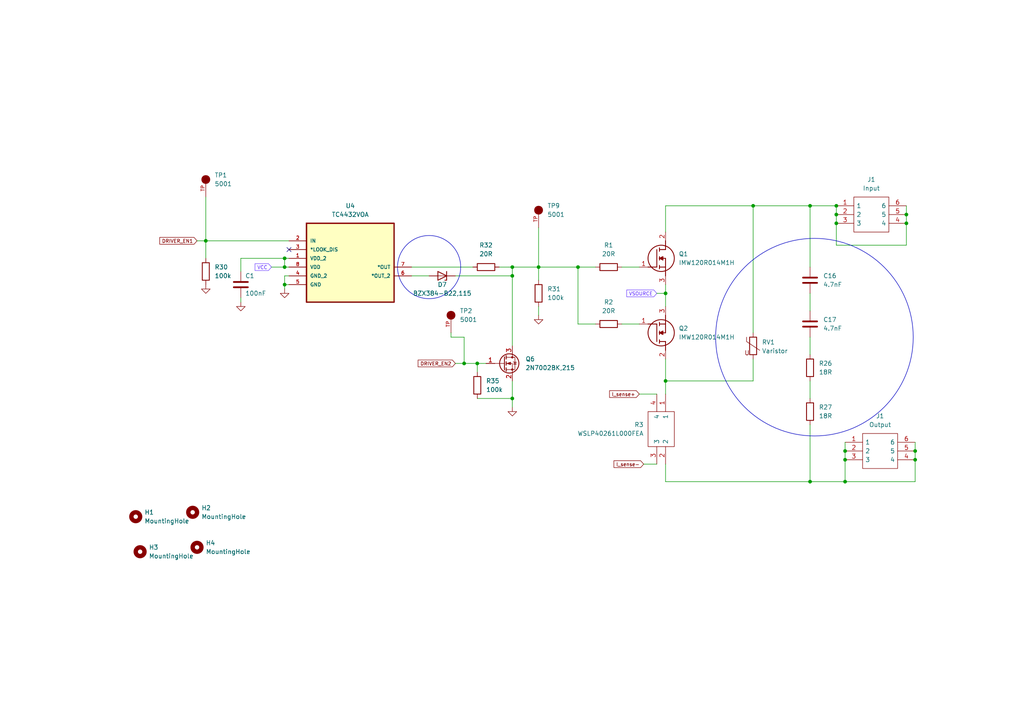
<source format=kicad_sch>
(kicad_sch (version 20230121) (generator eeschema)
  (paper "A4")
  (lib_symbols
    (symbol "5001:5001" (pin_names (offset 1.016))
      (property "Reference" "TP" (at -2.5444 2.5415 0))
      (property "Value" "5001" (at -2.55 -5.0866 0))
      (symbol "5001_0_0"
        (circle (center 0 0) (radius 0.635) (stroke (width 1.27)))
        (pin passive line (at -5.08 0 0) (length 5.08) (name "~") (number "TP"))
      )
    )
    (symbol "7461057:7461057" (pin_names (offset 0.762))
      (property "Reference" "J" (at 16.51 7.62 0))
      (property "Value" "7461057" (at 16.51 5.08 0))
      (symbol "7461057_0_0"
        (pin passive line (at 0 0 0) (length 5.08) (name "1") (number "1"))
        (pin passive line (at 0 -2.54 0) (length 5.08) (name "2") (number "2"))
        (pin passive line (at 0 -5.08 0) (length 5.08) (name "3") (number "3"))
        (pin passive line (at 20.32 -5.08 180) (length 5.08) (name "4") (number "4"))
        (pin passive line (at 20.32 -2.54 180) (length 5.08) (name "5") (number "5"))
        (pin passive line (at 20.32 0 180) (length 5.08) (name "6") (number "6"))
      )
      (symbol "7461057_0_1"
        (polyline (pts (xy 5.08 2.54) (xy 15.24 2.54) (xy 15.24 -7.62) (xy 5.08 -7.62) (xy 5.08 2.54)) (stroke (width 0.1524)))
      )
    )
    (symbol "Device:C" (pin_numbers hide) (pin_names (offset 0.254))
      (property "Reference" "C" (at 0.635 2.54 0))
      (property "Value" "C" (at 0.635 -2.54 0))
      (symbol "C_0_1"
        (polyline (pts (xy -2.032 -0.762) (xy 2.032 -0.762)) (stroke (width 0.508)))
        (polyline (pts (xy -2.032 0.762) (xy 2.032 0.762)) (stroke (width 0.508)))
      )
      (symbol "C_1_1"
        (pin passive line (at 0 3.81 270) (length 2.794) (name "~") (number "1"))
        (pin passive line (at 0 -3.81 90) (length 2.794) (name "~") (number "2"))
      )
    )
    (symbol "Device:D_Zener" (pin_numbers hide) (pin_names (offset 1.016) hide)
      (property "Reference" "D" (at 0 2.54 0))
      (property "Value" "D_Zener" (at 0 -2.54 0))
      (symbol "D_Zener_0_1"
        (polyline (pts (xy 1.27 0) (xy -1.27 0)))
        (polyline (pts (xy -1.27 -1.27) (xy -1.27 1.27) (xy -0.762 1.27)) (stroke (width 0.254)))
        (polyline (pts (xy 1.27 -1.27) (xy 1.27 1.27) (xy -1.27 0) (xy 1.27 -1.27)) (stroke (width 0.254)))
      )
      (symbol "D_Zener_1_1"
        (pin passive line (at -3.81 0 0) (length 2.54) (name "K") (number "1"))
        (pin passive line (at 3.81 0 180) (length 2.54) (name "A") (number "2"))
      )
    )
    (symbol "Device:R" (pin_numbers hide) (pin_names (offset 0))
      (property "Reference" "R" (at 2.032 0 90))
      (property "Value" "R" (at 0 0 90))
      (symbol "R_0_1"
        (rectangle (start -1.016 -2.54) (end 1.016 2.54) (stroke (width 0.254)))
      )
      (symbol "R_1_1"
        (pin passive line (at 0 3.81 270) (length 1.27) (name "~") (number "1"))
        (pin passive line (at 0 -3.81 90) (length 1.27) (name "~") (number "2"))
      )
    )
    (symbol "Device:Varistor" (pin_numbers hide) (pin_names (offset 0))
      (property "Reference" "RV" (at 3.175 0 90))
      (property "Value" "Varistor" (at -3.175 0 90))
      (symbol "Varistor_0_0"
        (text "U" (at -1.778 -2.032 0) (effects (font (size 1.27 1.27))))
      )
      (symbol "Varistor_0_1"
        (rectangle (start -1.016 -2.54) (end 1.016 2.54) (stroke (width 0.254)))
        (polyline (pts (xy -1.905 2.54) (xy -1.905 1.27) (xy 1.905 -1.27)))
      )
      (symbol "Varistor_1_1"
        (pin passive line (at 0 3.81 270) (length 1.27) (name "~") (number "1"))
        (pin passive line (at 0 -3.81 90) (length 1.27) (name "~") (number "2"))
      )
    )
    (symbol "IMW120R014M1H:IMW120R014M1H" (pin_names hide)
      (property "Reference" "Q" (at 11.43 3.81 0))
      (property "Value" "IMW120R014M1H" (at 11.43 1.27 0))
      (symbol "IMW120R014M1H_1_1"
        (polyline (pts (xy 2.54 0) (xy 5.08 0)) (stroke (width 0.254)))
        (polyline (pts (xy 5.08 5.08) (xy 5.08 0)) (stroke (width 0.254)))
        (polyline (pts (xy 5.842 -0.508) (xy 5.842 0.508)) (stroke (width 0.254)))
        (polyline (pts (xy 5.842 0) (xy 7.62 0)) (stroke (width 0.254)))
        (polyline (pts (xy 5.842 2.032) (xy 5.842 3.048)) (stroke (width 0.254)))
        (polyline (pts (xy 5.842 5.588) (xy 5.842 4.572)) (stroke (width 0.254)))
        (polyline (pts (xy 7.62 2.54) (xy 5.842 2.54)) (stroke (width 0.254)))
        (polyline (pts (xy 7.62 2.54) (xy 7.62 -2.54)) (stroke (width 0.254)))
        (polyline (pts (xy 7.62 5.08) (xy 5.842 5.08)) (stroke (width 0.254)))
        (polyline (pts (xy 7.62 5.08) (xy 7.62 7.62)) (stroke (width 0.254)))
        (polyline (pts (xy 5.842 2.54) (xy 6.858 3.048) (xy 6.858 2.032) (xy 5.842 2.54)) (stroke (width 0.254)) (fill (type outline)))
        (circle (center 6.35 2.54) (radius 3.81) (stroke (width 0.254)))
        (pin passive line (at 0 0 0) (length 2.54) (name "G") (number "1"))
        (pin passive line (at 7.62 10.16 270) (length 2.54) (name "D") (number "2"))
        (pin passive line (at 7.62 -5.08 90) (length 2.54) (name "S") (number "3"))
      )
    )
    (symbol "Mechanical:MountingHole" (pin_names (offset 1.016))
      (property "Reference" "H" (at 0 5.08 0))
      (property "Value" "MountingHole" (at 0 3.175 0))
      (symbol "MountingHole_0_1"
        (circle (center 0 0) (radius 1.27) (stroke (width 1.27)))
      )
    )
    (symbol "TC4432VOA:TC4432VOA" (pin_names (offset 1.016))
      (property "Reference" "U" (at -4.5216 8.7638 0))
      (property "Value" "TC4432VOA" (at -6.5632 -18.0615 0))
      (symbol "TC4432VOA_0_0"
        (rectangle (start -12.7 -15.24) (end 12.7 7.62) (stroke (width 0.4064)) (fill (type background)))
        (pin power_in line (at -17.78 -2.54 0) (length 5.08) (name "VDD_2") (number "1"))
        (pin input line (at -17.78 2.54 0) (length 5.08) (name "IN") (number "2"))
        (pin input line (at -17.78 0 0) (length 5.08) (name "*LOOK_DIS") (number "3"))
        (pin passive line (at -17.78 -7.62 0) (length 5.08) (name "GND_2") (number "4"))
        (pin passive line (at -17.78 -10.16 0) (length 5.08) (name "GND") (number "5"))
        (pin output line (at 17.78 -7.62 180) (length 5.08) (name "*OUT_2") (number "6"))
        (pin output line (at 17.78 -5.08 180) (length 5.08) (name "*OUT") (number "7"))
        (pin power_in line (at -17.78 -5.08 0) (length 5.08) (name "VDD") (number "8"))
      )
    )
    (symbol "Transistor_FET:2N7002" (pin_names hide)
      (property "Reference" "Q" (at 5.08 1.905 0))
      (property "Value" "2N7002" (at 5.08 0 0))
      (symbol "2N7002_0_1"
        (polyline (pts (xy 0.254 0) (xy -2.54 0)))
        (polyline (pts (xy 0.254 1.905) (xy 0.254 -1.905)) (stroke (width 0.254)))
        (polyline (pts (xy 0.762 -1.27) (xy 0.762 -2.286)) (stroke (width 0.254)))
        (polyline (pts (xy 0.762 0.508) (xy 0.762 -0.508)) (stroke (width 0.254)))
        (polyline (pts (xy 0.762 2.286) (xy 0.762 1.27)) (stroke (width 0.254)))
        (polyline (pts (xy 2.54 2.54) (xy 2.54 1.778)))
        (polyline (pts (xy 2.54 -2.54) (xy 2.54 0) (xy 0.762 0)))
        (polyline (pts (xy 0.762 -1.778) (xy 3.302 -1.778) (xy 3.302 1.778) (xy 0.762 1.778)))
        (polyline (pts (xy 1.016 0) (xy 2.032 0.381) (xy 2.032 -0.381) (xy 1.016 0)) (fill (type outline)))
        (polyline (pts (xy 2.794 0.508) (xy 2.921 0.381) (xy 3.683 0.381) (xy 3.81 0.254)))
        (polyline (pts (xy 3.302 0.381) (xy 2.921 -0.254) (xy 3.683 -0.254) (xy 3.302 0.381)))
        (circle (center 1.651 0) (radius 2.794) (stroke (width 0.254)))
        (circle (center 2.54 -1.778) (radius 0.254) (fill (type outline)))
        (circle (center 2.54 1.778) (radius 0.254) (fill (type outline)))
      )
      (symbol "2N7002_1_1"
        (pin input line (at -5.08 0 0) (length 2.54) (name "G") (number "1"))
        (pin passive line (at 2.54 -5.08 90) (length 2.54) (name "S") (number "2"))
        (pin passive line (at 2.54 5.08 270) (length 2.54) (name "D") (number "3"))
      )
    )
    (symbol "WSLP40261L000FEA:WSLP40261L000FEA" (pin_names (offset 0.762))
      (property "Reference" "R" (at 16.51 7.62 0))
      (property "Value" "WSLP40261L000FEA" (at 16.51 5.08 0))
      (symbol "WSLP40261L000FEA_0_0"
        (pin passive line (at 0 -2.54 0) (length 5.08) (name "1") (number "1"))
        (pin passive line (at 20.32 -2.54 180) (length 5.08) (name "2") (number "2"))
        (pin passive line (at 20.32 0 180) (length 5.08) (name "3") (number "3"))
        (pin passive line (at 0 0 0) (length 5.08) (name "4") (number "4"))
      )
      (symbol "WSLP40261L000FEA_0_1"
        (polyline (pts (xy 5.08 2.54) (xy 15.24 2.54) (xy 15.24 -5.08) (xy 5.08 -5.08) (xy 5.08 2.54)) (stroke (width 0.1524)))
      )
    )
    (symbol "power:GND" (power) (pin_names (offset 0))
      (property "Value" "GND" (at 0 -3.81 0))
      (symbol "GND_0_1"
        (polyline (pts (xy 0 0) (xy 0 -1.27) (xy 1.27 -1.27) (xy 0 -2.54) (xy -1.27 -1.27) (xy 0 -1.27)))
      )
      (symbol "GND_1_1"
        (pin power_in line (at 0 0 270) (length 0) hide (name "GND") (number "1"))
      )
    )
  )
  (junction (at 82.55 77.47))
  (junction (at 193.04 110.49))
  (junction (at 134.62 105.41))
  (junction (at 242.57 64.77))
  (junction (at 138.43 105.41))
  (junction (at 245.11 133.35))
  (junction (at 262.89 62.23))
  (junction (at 148.59 80.01))
  (junction (at 82.55 82.55))
  (junction (at 167.64 77.47))
  (junction (at 218.44 59.69))
  (junction (at 234.95 139.7))
  (junction (at 59.69 69.85))
  (junction (at 262.89 64.77))
  (junction (at 245.11 139.7))
  (junction (at 156.21 77.47))
  (junction (at 265.43 133.35))
  (junction (at 265.43 130.81))
  (junction (at 148.59 115.57))
  (junction (at 242.57 59.69))
  (junction (at 193.04 85.09))
  (junction (at 242.57 62.23))
  (junction (at 234.95 59.69))
  (junction (at 245.11 130.81))
  (junction (at 82.55 74.93))
  (junction (at 148.59 77.47))
  (no_connect (at 83.82 72.39))
  (wire (pts (xy 234.95 115.57) (xy 234.95 110.49)))
  (wire (pts (xy 193.04 104.14) (xy 193.04 110.49)))
  (wire (pts (xy 218.44 104.14) (xy 218.44 110.49)))
  (wire (pts (xy 148.59 80.01) (xy 148.59 77.47)))
  (wire (pts (xy 218.44 59.69) (xy 218.44 96.52)))
  (wire (pts (xy 262.89 59.69) (xy 262.89 62.23)))
  (wire (pts (xy 193.04 110.49) (xy 193.04 114.3)))
  (wire (pts (xy 245.11 128.27) (xy 245.11 130.81)))
  (wire (pts (xy 59.69 57.15) (xy 59.69 69.85)))
  (wire (pts (xy 82.55 82.55) (xy 82.55 80.01)))
  (wire (pts (xy 172.72 93.98) (xy 167.64 93.98)))
  (wire (pts (xy 185.42 93.98) (xy 180.34 93.98)))
  (wire (pts (xy 234.95 139.7) (xy 245.11 139.7)))
  (wire (pts (xy 69.85 86.36) (xy 69.85 87.63)))
  (wire (pts (xy 148.59 100.33) (xy 148.59 80.01)))
  (wire (pts (xy 82.55 74.93) (xy 83.82 74.93)))
  (wire (pts (xy 242.57 62.23) (xy 242.57 64.77)))
  (wire (pts (xy 134.62 97.79) (xy 134.62 105.41)))
  (wire (pts (xy 148.59 115.57) (xy 148.59 110.49)))
  (wire (pts (xy 193.04 139.7) (xy 234.95 139.7)))
  (wire (pts (xy 138.43 105.41) (xy 140.97 105.41)))
  (wire (pts (xy 180.34 77.47) (xy 185.42 77.47)))
  (wire (pts (xy 234.95 97.79) (xy 234.95 102.87)))
  (wire (pts (xy 132.08 105.41) (xy 134.62 105.41)))
  (wire (pts (xy 245.11 139.7) (xy 245.11 133.35)))
  (wire (pts (xy 218.44 110.49) (xy 193.04 110.49)))
  (wire (pts (xy 57.15 69.85) (xy 59.69 69.85)))
  (wire (pts (xy 82.55 77.47) (xy 83.82 77.47)))
  (wire (pts (xy 134.62 105.41) (xy 138.43 105.41)))
  (wire (pts (xy 242.57 71.12) (xy 242.57 64.77)))
  (wire (pts (xy 242.57 59.69) (xy 242.57 62.23)))
  (wire (pts (xy 148.59 118.11) (xy 148.59 115.57)))
  (wire (pts (xy 234.95 123.19) (xy 234.95 139.7)))
  (wire (pts (xy 59.69 69.85) (xy 59.69 74.93)))
  (wire (pts (xy 245.11 130.81) (xy 245.11 133.35)))
  (wire (pts (xy 130.81 97.79) (xy 134.62 97.79)))
  (wire (pts (xy 156.21 77.47) (xy 156.21 81.28)))
  (wire (pts (xy 82.55 82.55) (xy 83.82 82.55)))
  (wire (pts (xy 138.43 115.57) (xy 148.59 115.57)))
  (wire (pts (xy 193.04 88.9) (xy 193.04 85.09)))
  (wire (pts (xy 69.85 78.74) (xy 69.85 74.93)))
  (wire (pts (xy 234.95 90.17) (xy 234.95 85.09)))
  (wire (pts (xy 124.46 80.01) (xy 119.38 80.01)))
  (wire (pts (xy 156.21 77.47) (xy 167.64 77.47)))
  (wire (pts (xy 262.89 64.77) (xy 262.89 71.12)))
  (wire (pts (xy 185.42 114.3) (xy 190.5 114.3)))
  (wire (pts (xy 119.38 77.47) (xy 137.16 77.47)))
  (wire (pts (xy 190.5 85.09) (xy 193.04 85.09)))
  (wire (pts (xy 167.64 77.47) (xy 167.64 93.98)))
  (wire (pts (xy 265.43 130.81) (xy 265.43 133.35)))
  (wire (pts (xy 138.43 107.95) (xy 138.43 105.41)))
  (wire (pts (xy 193.04 139.7) (xy 193.04 134.62)))
  (wire (pts (xy 82.55 83.82) (xy 82.55 82.55)))
  (wire (pts (xy 82.55 80.01) (xy 83.82 80.01)))
  (wire (pts (xy 130.81 96.52) (xy 130.81 97.79)))
  (wire (pts (xy 218.44 59.69) (xy 193.04 59.69)))
  (wire (pts (xy 242.57 59.69) (xy 234.95 59.69)))
  (wire (pts (xy 69.85 74.93) (xy 82.55 74.93)))
  (wire (pts (xy 262.89 71.12) (xy 242.57 71.12)))
  (wire (pts (xy 167.64 77.47) (xy 172.72 77.47)))
  (wire (pts (xy 234.95 59.69) (xy 218.44 59.69)))
  (wire (pts (xy 262.89 62.23) (xy 262.89 64.77)))
  (wire (pts (xy 234.95 59.69) (xy 234.95 77.47)))
  (wire (pts (xy 144.78 77.47) (xy 148.59 77.47)))
  (wire (pts (xy 82.55 74.93) (xy 82.55 77.47)))
  (wire (pts (xy 265.43 133.35) (xy 265.43 139.7)))
  (wire (pts (xy 78.74 77.47) (xy 82.55 77.47)))
  (wire (pts (xy 148.59 77.47) (xy 156.21 77.47)))
  (wire (pts (xy 132.08 80.01) (xy 148.59 80.01)))
  (wire (pts (xy 265.43 128.27) (xy 265.43 130.81)))
  (wire (pts (xy 193.04 85.09) (xy 193.04 82.55)))
  (wire (pts (xy 193.04 59.69) (xy 193.04 67.31)))
  (wire (pts (xy 186.69 134.62) (xy 190.5 134.62)))
  (wire (pts (xy 156.21 91.44) (xy 156.21 88.9)))
  (wire (pts (xy 156.21 66.04) (xy 156.21 77.47)))
  (wire (pts (xy 59.69 69.85) (xy 83.82 69.85)))
  (wire (pts (xy 265.43 139.7) (xy 245.11 139.7)))
  (circle (center 236.22 97.79) (radius 28.6525))
  (circle (center 124.46 77.47) (radius 9.1581))
  (global_label "VSOURCE" (shape input) (at 190.5 85.09 180) (effects (font (size 1 1))) (property "Intersheetrefs" "${INTERSHEET_REFS}" (effects hide)))
  (global_label "VCC" (shape input) (at 78.74 77.47 180) (effects (font (size 1 1))) (property "Intersheetrefs" "${INTERSHEET_REFS}" (effects hide)))
  (global_label "I_sense+" (shape input) (at 185.42 114.3 180) (effects (font (size 1 1))) (property "Intersheetrefs" "${INTERSHEET_REFS}" (effects hide)))
  (global_label "DRIVER_EN1" (shape input) (at 57.15 69.85 180) (effects (font (size 1 1))) (property "Intersheetrefs" "${INTERSHEET_REFS}" (effects hide)))
  (global_label "I_sense-" (shape input) (at 186.69 134.62 180) (effects (font (size 1 1))) (property "Intersheetrefs" "${INTERSHEET_REFS}" (effects hide)))
  (global_label "DRIVER_EN2" (shape input) (at 132.08 105.41 180) (effects (font (size 1 1))) (property "Intersheetrefs" "${INTERSHEET_REFS}" (effects hide)))
  (symbol (lib_id "5001:5001") (at 59.69 52.07 90) (unit 1)
    (property "Reference" "TP1" (at 62.23 50.8 90) (effects (justify right)))
    (property "Value" "5001" (at 62.23 53.34 90) (effects (justify right)))
    (property "Footprint" "5001 tp:KEYSTONE_5001" (effects hide))
    (property "MF" "Keystone Electronics Corp." (effects hide))
    (property "MAXIMUM_PACKAGE_HEIGHT" "4.57 mm" (effects hide))
    (property "Package" "None" (effects hide))
    (property "Price" "None" (effects hide))
    (property "Check_prices" "https://www.snapeda.com/parts/5001/Keystone+Electronics/view-part/?ref=eda" (effects hide))
    (property "STANDARD" "Manufacturer Recommendations" (effects hide))
    (property "PARTREV" "H" (effects hide))
    (property "SnapEDA_Link" "https://www.snapeda.com/parts/5001/Keystone+Electronics/view-part/?ref=snap" (effects hide))
    (property "MP" "5001" (effects hide))
    (property "Description" "\nBlack PC Test Point, Miniature Phosphor Bronze Silver Plating 0.040 (1.02mm) Hole Diameter Mounting Type\n" (effects hide))
    (property "MANUFACTURER" "Keystone" (effects hide))
    (property "Availability" "In Stock" (effects hide))
    (property "SNAPEDA_PN" "5000" (effects hide))
  )
  (symbol (lib_id "5001:5001") (at 130.81 91.44 90) (unit 1)
    (property "Reference" "TP2" (at 133.35 90.17 90) (effects (justify right)))
    (property "Value" "5001" (at 133.35 92.71 90) (effects (justify right)))
    (property "Footprint" "5001 tp:KEYSTONE_5001" (effects hide))
    (property "MF" "Keystone Electronics Corp." (effects hide))
    (property "MAXIMUM_PACKAGE_HEIGHT" "4.57 mm" (effects hide))
    (property "Package" "None" (effects hide))
    (property "Price" "None" (effects hide))
    (property "Check_prices" "https://www.snapeda.com/parts/5001/Keystone+Electronics/view-part/?ref=eda" (effects hide))
    (property "STANDARD" "Manufacturer Recommendations" (effects hide))
    (property "PARTREV" "H" (effects hide))
    (property "SnapEDA_Link" "https://www.snapeda.com/parts/5001/Keystone+Electronics/view-part/?ref=snap" (effects hide))
    (property "MP" "5001" (effects hide))
    (property "Description" "\nBlack PC Test Point, Miniature Phosphor Bronze Silver Plating 0.040 (1.02mm) Hole Diameter Mounting Type\n" (effects hide))
    (property "MANUFACTURER" "Keystone" (effects hide))
    (property "Availability" "In Stock" (effects hide))
    (property "SNAPEDA_PN" "5000" (effects hide))
  )
  (symbol (lib_id "Device:R") (at 59.69 78.74 180) (unit 1)
    (property "Reference" "R30" (at 62.23 77.47 0) (effects (justify right)))
    (property "Value" "100k" (at 62.23 80.01 0) (effects (justify right)))
    (property "Footprint" "Resistor_SMD:R_0805_2012Metric" (effects hide))
  )
  (symbol (lib_id "Device:R") (at 234.95 106.68 0) (unit 1)
    (property "Reference" "R26" (at 237.49 105.41 0) (effects (justify left)))
    (property "Value" "18R" (at 237.49 107.95 0) (effects (justify left)))
    (property "Footprint" "Resistor_SMD:R_2512_6332Metric" (effects hide))
  )
  (symbol (lib_id "Device:R") (at 176.53 77.47 90) (unit 1)
    (property "Reference" "R1" (at 176.53 71.12 90))
    (property "Value" "20R" (at 176.53 73.66 90))
    (property "Footprint" "Resistor_SMD:R_0805_2012Metric" (effects hide))
  )
  (symbol (lib_id "Device:D_Zener") (at 128.27 80.01 180) (unit 1)
    (property "Reference" "D7" (at 128.27 82.55 0))
    (property "Value" "BZX384-B22,115" (at 128.27 85.09 0))
    (property "Footprint" "Diode_SMD:D_SOD-323" (effects hide))
  )
  (symbol (lib_id "Device:C") (at 234.95 93.98 0) (unit 1)
    (property "Reference" "C17" (at 238.76 92.71 0) (effects (justify left)))
    (property "Value" "4.7nF" (at 238.76 95.25 0) (effects (justify left)))
    (property "Footprint" "Capacitor_SMD:C_1812_4532Metric" (effects hide))
  )
  (symbol (lib_id "7461057:7461057") (at 245.11 128.27 0) (unit 1)
    (property "Reference" "J1" (at 255.27 120.65 0))
    (property "Value" "Output" (at 255.27 123.19 0))
    (property "Footprint" "7461057:7461057" (effects hide))
    (property "Datasheet" "https://katalog.we-online.com/em/datasheet/7461057.pdf" (effects hide))
    (property "Description" "PCB power element bush terminal, 6P, M3" (effects hide))
    (property "Height" "6.2" (effects hide))
    (property "Manufacturer_Name" "Wurth Elektronik" (effects hide))
    (property "Manufacturer_Part_Number" "7461057" (effects hide))
    (property "Mouser Part Number" "710-7461057" (effects hide))
    (property "Mouser Price/Stock" "https://www.mouser.co.uk/ProductDetail/Wurth-Elektronik/7461057?qs=lykWx4dhCCH1DoqS0WFLUA%3D%3D" (effects hide))
    (instances (project "SiC based Battery Disconnect" (path "" (reference "J1") (unit 1)) (path "" (reference "J2") (unit 1))))
  )
  (symbol (lib_id "5001:5001") (at 156.21 60.96 90) (unit 1)
    (property "Reference" "TP9" (at 158.75 59.69 90) (effects (justify right)))
    (property "Value" "5001" (at 158.75 62.23 90) (effects (justify right)))
    (property "Footprint" "5001 tp:KEYSTONE_5001" (effects hide))
    (property "MF" "Keystone Electronics Corp." (effects hide))
    (property "MAXIMUM_PACKAGE_HEIGHT" "4.57 mm" (effects hide))
    (property "Package" "None" (effects hide))
    (property "Price" "None" (effects hide))
    (property "Check_prices" "https://www.snapeda.com/parts/5001/Keystone+Electronics/view-part/?ref=eda" (effects hide))
    (property "STANDARD" "Manufacturer Recommendations" (effects hide))
    (property "PARTREV" "H" (effects hide))
    (property "SnapEDA_Link" "https://www.snapeda.com/parts/5001/Keystone+Electronics/view-part/?ref=snap" (effects hide))
    (property "MP" "5001" (effects hide))
    (property "Description" "\nBlack PC Test Point, Miniature Phosphor Bronze Silver Plating 0.040 (1.02mm) Hole Diameter Mounting Type\n" (effects hide))
    (property "MANUFACTURER" "Keystone" (effects hide))
    (property "Availability" "In Stock" (effects hide))
    (property "SNAPEDA_PN" "5000" (effects hide))
  )
  (symbol (lib_id "Mechanical:MountingHole") (at 39.37 149.86 0) (unit 1)
    (property "Reference" "H1" (at 41.91 148.59 0) (effects (justify left)))
    (property "Value" "MountingHole" (at 41.91 151.13 0) (effects (justify left)))
    (property "Footprint" "MountingHole:MountingHole_3.2mm_M3" (effects hide))
  )
  (symbol (lib_id "IMW120R014M1H:IMW120R014M1H") (at 185.42 93.98 0) (mirror x) (unit 1)
    (property "Reference" "Q2" (at 196.85 95.25 0) (effects (justify left)))
    (property "Value" "IMW120R014M1H" (at 196.85 97.79 0) (effects (justify left)))
    (property "Footprint" "IMW120R014M1H:IMW120R014M1H" (effects hide))
    (property "Datasheet" "https://www.infineon.com/dgdl/Infineon-IMW120R014M1H-DataSheet-v01_10-EN.pdf?fileId=8ac78c8c7f2a768a017f8783973231b5" (effects hide))
    (property "Height" "25.57" (effects hide))
    (property "Manufacturer_Name" "Infineon" (effects hide))
    (property "Manufacturer_Part_Number" "IMW120R014M1H" (effects hide))
  )
  (symbol (lib_id "Device:R") (at 176.53 93.98 90) (unit 1)
    (property "Reference" "R2" (at 176.53 87.63 90))
    (property "Value" "20R" (at 176.53 90.17 90))
    (property "Footprint" "Resistor_SMD:R_0805_2012Metric" (effects hide))
  )
  (symbol (lib_id "TC4432VOA:TC4432VOA") (at 101.6 72.39 0) (unit 1)
    (property "Reference" "U4" (at 101.6 59.69 0))
    (property "Value" "TC4432VOA" (at 101.6 62.23 0))
    (property "Footprint" "TC4432VOA:SOIC127P600X175-8N" (effects hide))
    (property "SUPPLIER" "MICROCHIP" (effects hide))
    (property "OC_FARNELL" "1439737" (effects hide))
    (property "OC_NEWARK" "64K2280" (effects hide))
    (property "MPN" "TC4432VOA" (effects hide))
    (property "PACKAGE" "SOIC-8" (effects hide))
  )
  (symbol (lib_id "Mechanical:MountingHole") (at 55.88 148.59 0) (unit 1)
    (property "Reference" "H2" (at 58.42 147.32 0) (effects (justify left)))
    (property "Value" "MountingHole" (at 58.42 149.86 0) (effects (justify left)))
    (property "Footprint" "MountingHole:MountingHole_3.2mm_M3" (effects hide))
  )
  (symbol (lib_id "power:GND") (at 148.59 118.11 0) (unit 1)
    (property "Reference" "#PWR06" (effects hide))
    (property "Value" "GND" (effects hide))
  )
  (symbol (lib_id "WSLP40261L000FEA:WSLP40261L000FEA") (at 190.5 114.3 90) (mirror x) (unit 1)
    (property "Reference" "R3" (at 186.69 123.19 90) (effects (justify left)))
    (property "Value" "WSLP40261L000FEA" (at 186.69 125.73 90) (effects (justify left)))
    (property "Footprint" "WSLP40261L000FEA:WSLP40261L000FEA" (effects hide))
    (property "Datasheet" "https://www.vishay.com/doc?30180" (effects hide))
    (property "Description" "Current Sense Resistors - SMD 7watt 0.001ohm 1%" (effects hide))
    (property "Height" "2.88" (effects hide))
    (property "Manufacturer_Name" "Vishay" (effects hide))
    (property "Manufacturer_Part_Number" "WSLP40261L000FEA" (effects hide))
    (property "Mouser Part Number" "71-WSLP40261L000FEA" (effects hide))
    (property "Mouser Price/Stock" "https://www.mouser.co.uk/ProductDetail/Vishay-Dale/WSLP40261L000FEA?qs=rzJGveiEhFPwLcwFpj2Tug%3D%3D" (effects hide))
    (property "Arrow Part Number" "WSLP40261L000FEA" (effects hide))
    (property "Arrow Price/Stock" "https://www.arrow.com/en/products/wslp40261l000fea/vishay?region=nac" (effects hide))
  )
  (symbol (lib_id "7461057:7461057") (at 242.57 59.69 0) (unit 1)
    (property "Reference" "J1" (at 252.73 52.07 0))
    (property "Value" "Input" (at 252.73 54.61 0))
    (property "Footprint" "7461057:7461057" (effects hide))
    (property "Datasheet" "https://katalog.we-online.com/em/datasheet/7461057.pdf" (effects hide))
    (property "Description" "PCB power element bush terminal, 6P, M3" (effects hide))
    (property "Height" "6.2" (effects hide))
    (property "Manufacturer_Name" "Wurth Elektronik" (effects hide))
    (property "Manufacturer_Part_Number" "7461057" (effects hide))
    (property "Mouser Part Number" "710-7461057" (effects hide))
    (property "Mouser Price/Stock" "https://www.mouser.co.uk/ProductDetail/Wurth-Elektronik/7461057?qs=lykWx4dhCCH1DoqS0WFLUA%3D%3D" (effects hide))
  )
  (symbol (lib_id "Device:Varistor") (at 218.44 100.33 0) (unit 1)
    (property "Reference" "RV1" (at 220.98 99.2533 0) (effects (justify left)))
    (property "Value" "Varistor" (at 220.98 101.7933 0) (effects (justify left)))
    (property "Footprint" "Varistor:VARRB750W100L2050T1200H2800" (effects hide))
    (property "Sim.Name" "kicad_builtin_varistor" (effects hide))
    (property "Sim.Device" "SUBCKT" (effects hide))
    (property "Sim.Pins" "1=A 2=B" (effects hide))
    (property "Sim.Params" "threshold=1k" (effects hide))
    (property "Sim.Library" "${KICAD7_SYMBOL_DIR}/Simulation_SPICE.sp" (effects hide))
  )
  (symbol (lib_id "Device:C") (at 234.95 81.28 0) (unit 1)
    (property "Reference" "C16" (at 238.76 80.01 0) (effects (justify left)))
    (property "Value" "4.7nF" (at 238.76 82.55 0) (effects (justify left)))
    (property "Footprint" "Capacitor_SMD:C_1812_4532Metric" (effects hide))
  )
  (symbol (lib_id "power:GND") (at 59.69 82.55 0) (unit 1)
    (property "Reference" "#PWR05" (effects hide))
    (property "Value" "GND" (effects hide))
  )
  (symbol (lib_id "Device:R") (at 156.21 85.09 180) (unit 1)
    (property "Reference" "R31" (at 158.75 83.82 0) (effects (justify right)))
    (property "Value" "100k" (at 158.75 86.36 0) (effects (justify right)))
    (property "Footprint" "Resistor_SMD:R_0805_2012Metric" (effects hide))
  )
  (symbol (lib_id "Device:R") (at 234.95 119.38 0) (unit 1)
    (property "Reference" "R27" (at 237.49 118.11 0) (effects (justify left)))
    (property "Value" "18R" (at 237.49 120.65 0) (effects (justify left)))
    (property "Footprint" "Resistor_SMD:R_2512_6332Metric" (effects hide))
  )
  (symbol (lib_id "Mechanical:MountingHole") (at 57.15 158.75 0) (unit 1)
    (property "Reference" "H4" (at 59.69 157.48 0) (effects (justify left)))
    (property "Value" "MountingHole" (at 59.69 160.02 0) (effects (justify left)))
    (property "Footprint" "MountingHole:MountingHole_3.2mm_M3" (effects hide))
  )
  (symbol (lib_id "power:GND") (at 82.55 83.82 0) (unit 1)
    (property "Reference" "#PWR02" (effects hide))
    (property "Value" "GND" (effects hide))
  )
  (symbol (lib_id "Device:C") (at 69.85 82.55 0) (unit 1)
    (property "Reference" "C1" (at 71.12 80.01 0) (effects (justify left)))
    (property "Value" "100nF" (at 71.12 85.09 0) (effects (justify left)))
    (property "Footprint" "Capacitor_SMD:C_0805_2012Metric" (effects hide))
  )
  (symbol (lib_id "Mechanical:MountingHole") (at 40.64 160.02 0) (unit 1)
    (property "Reference" "H3" (at 43.18 158.75 0) (effects (justify left)))
    (property "Value" "MountingHole" (at 43.18 161.29 0) (effects (justify left)))
    (property "Footprint" "MountingHole:MountingHole_3.2mm_M3" (effects hide))
  )
  (symbol (lib_id "power:GND") (at 69.85 87.63 0) (unit 1)
    (property "Reference" "#PWR01" (effects hide))
    (property "Value" "GND" (effects hide))
  )
  (symbol (lib_id "Device:R") (at 140.97 77.47 90) (unit 1)
    (property "Reference" "R32" (at 140.97 71.12 90))
    (property "Value" "20R" (at 140.97 73.66 90))
    (property "Footprint" "Resistor_SMD:R_0805_2012Metric" (effects hide))
  )
  (symbol (lib_id "Transistor_FET:2N7002") (at 146.05 105.41 0) (unit 1)
    (property "Reference" "Q6" (at 152.4 104.14 0) (effects (justify left)))
    (property "Value" "2N7002BK,215" (at 152.4 106.68 0) (effects (justify left)))
    (property "Footprint" "Package_TO_SOT_SMD:SOT-23" (effects hide))
    (property "Datasheet" "https://www.onsemi.com/pub/Collateral/NDS7002A-D.PDF" (effects hide))
  )
  (symbol (lib_id "power:GND") (at 156.21 91.44 0) (unit 1)
    (property "Reference" "#PWR032" (effects hide))
    (property "Value" "GND" (effects hide))
  )
  (symbol (lib_id "IMW120R014M1H:IMW120R014M1H") (at 185.42 77.47 0) (unit 1)
    (property "Reference" "Q1" (at 196.85 73.66 0) (effects (justify left)))
    (property "Value" "IMW120R014M1H" (at 196.85 76.2 0) (effects (justify left)))
    (property "Footprint" "IMW120R014M1H:IMW120R014M1H" (effects hide))
    (property "Datasheet" "https://www.infineon.com/dgdl/Infineon-IMW120R014M1H-DataSheet-v01_10-EN.pdf?fileId=8ac78c8c7f2a768a017f8783973231b5" (effects hide))
    (property "Height" "25.57" (effects hide))
    (property "Manufacturer_Name" "Infineon" (effects hide))
    (property "Manufacturer_Part_Number" "IMW120R014M1H" (effects hide))
  )
  (symbol (lib_id "Device:R") (at 138.43 111.76 180) (unit 1)
    (property "Reference" "R35" (at 140.97 110.49 0) (effects (justify right)))
    (property "Value" "100k" (at 140.97 113.03 0) (effects (justify right)))
    (property "Footprint" "Resistor_SMD:R_0805_2012Metric" (effects hide))
  )
)
</source>
